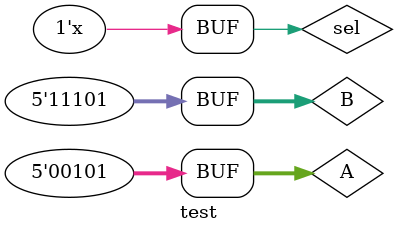
<source format=v>
module test;
// Wire P o r t s
wire [4:0] Y;
// R e g i s t e r D e c l a r a t i o n s
reg [4:0] A, B;
reg sel;

bottom_mux mux1 (Y, A, B, sel); // i n s t a n t i a t e t h e mux

initial begin
	#10
	A = 5'b01010;
	B = 5'b10101;
	sel = 1'b1;
	#10;
	A = 5'b00000;
	#10;
	sel = 1'b1;
	#10;
	B = 5'b11111;
	#5 ;
	A = 5'b00101;
	#5 ;
	sel = 1'b0;
	B = 5'b11101;
	#5;
	sel = 1'bx ;
end
always @(A or B or sel)
 $display ("At t = %0d sel = %b A = %b B = %b Y = %b", $time,
sel, A, B, Y) ;
endmodule // test
</source>
